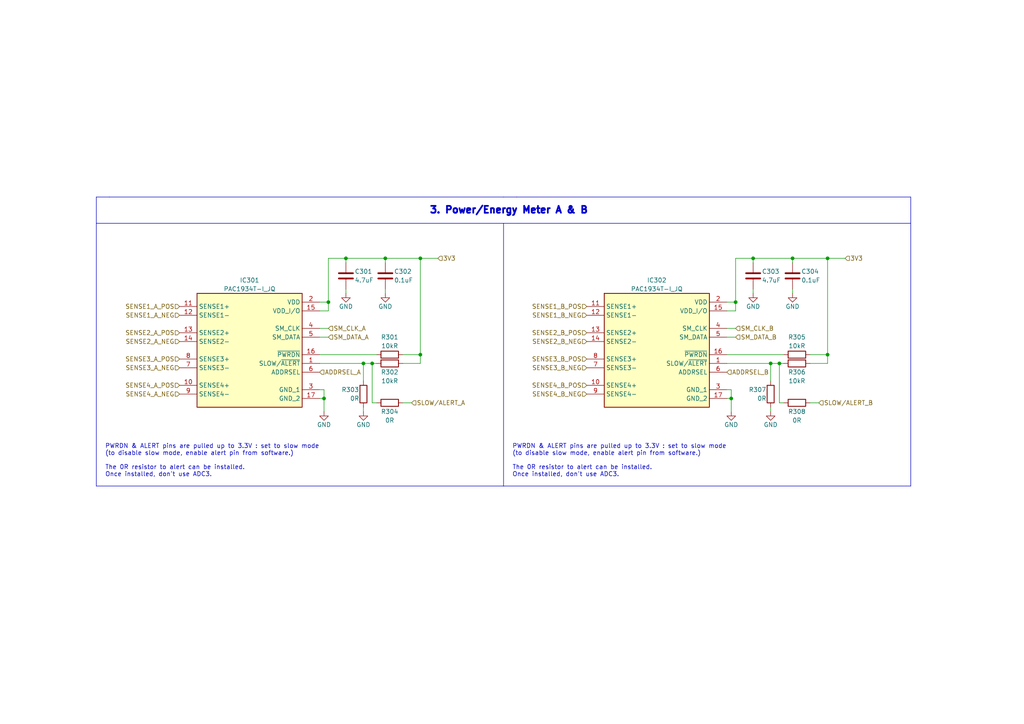
<source format=kicad_sch>
(kicad_sch (version 20230121) (generator eeschema)

  (uuid a6d02eb5-5530-4356-980c-81a0a662a0ee)

  (paper "A4")

  (title_block
    (title "Solar Energy Manager")
    (rev "v1.0")
    (company "Thesis")
    (comment 1 "Author: Jason F J")
    (comment 2 "Matrk No: 3100513")
  )

  (lib_symbols
    (symbol "Device:C" (pin_numbers hide) (pin_names (offset 0.254)) (in_bom yes) (on_board yes)
      (property "Reference" "C" (at 0.635 2.54 0)
        (effects (font (size 1.27 1.27)) (justify left))
      )
      (property "Value" "C" (at 0.635 -2.54 0)
        (effects (font (size 1.27 1.27)) (justify left))
      )
      (property "Footprint" "" (at 0.9652 -3.81 0)
        (effects (font (size 1.27 1.27)) hide)
      )
      (property "Datasheet" "~" (at 0 0 0)
        (effects (font (size 1.27 1.27)) hide)
      )
      (property "ki_keywords" "cap capacitor" (at 0 0 0)
        (effects (font (size 1.27 1.27)) hide)
      )
      (property "ki_description" "Unpolarized capacitor" (at 0 0 0)
        (effects (font (size 1.27 1.27)) hide)
      )
      (property "ki_fp_filters" "C_*" (at 0 0 0)
        (effects (font (size 1.27 1.27)) hide)
      )
      (symbol "C_0_1"
        (polyline
          (pts
            (xy -2.032 -0.762)
            (xy 2.032 -0.762)
          )
          (stroke (width 0.508) (type default))
          (fill (type none))
        )
        (polyline
          (pts
            (xy -2.032 0.762)
            (xy 2.032 0.762)
          )
          (stroke (width 0.508) (type default))
          (fill (type none))
        )
      )
      (symbol "C_1_1"
        (pin passive line (at 0 3.81 270) (length 2.794)
          (name "~" (effects (font (size 1.27 1.27))))
          (number "1" (effects (font (size 1.27 1.27))))
        )
        (pin passive line (at 0 -3.81 90) (length 2.794)
          (name "~" (effects (font (size 1.27 1.27))))
          (number "2" (effects (font (size 1.27 1.27))))
        )
      )
    )
    (symbol "Device:R" (pin_numbers hide) (pin_names (offset 0)) (in_bom yes) (on_board yes)
      (property "Reference" "R" (at 2.032 0 90)
        (effects (font (size 1.27 1.27)))
      )
      (property "Value" "R" (at 0 0 90)
        (effects (font (size 1.27 1.27)))
      )
      (property "Footprint" "" (at -1.778 0 90)
        (effects (font (size 1.27 1.27)) hide)
      )
      (property "Datasheet" "~" (at 0 0 0)
        (effects (font (size 1.27 1.27)) hide)
      )
      (property "ki_keywords" "R res resistor" (at 0 0 0)
        (effects (font (size 1.27 1.27)) hide)
      )
      (property "ki_description" "Resistor" (at 0 0 0)
        (effects (font (size 1.27 1.27)) hide)
      )
      (property "ki_fp_filters" "R_*" (at 0 0 0)
        (effects (font (size 1.27 1.27)) hide)
      )
      (symbol "R_0_1"
        (rectangle (start -1.016 -2.54) (end 1.016 2.54)
          (stroke (width 0.254) (type default))
          (fill (type none))
        )
      )
      (symbol "R_1_1"
        (pin passive line (at 0 3.81 270) (length 1.27)
          (name "~" (effects (font (size 1.27 1.27))))
          (number "1" (effects (font (size 1.27 1.27))))
        )
        (pin passive line (at 0 -3.81 90) (length 1.27)
          (name "~" (effects (font (size 1.27 1.27))))
          (number "2" (effects (font (size 1.27 1.27))))
        )
      )
    )
    (symbol "PAC1934T-I_JQ:PAC1934T-I_JQ" (in_bom yes) (on_board yes)
      (property "Reference" "PS1" (at 20.32 17.78 0)
        (effects (font (size 1.27 1.27)))
      )
      (property "Value" "PAC1934T-I_JQ" (at 20.32 15.24 0)
        (effects (font (size 1.27 1.27)))
      )
      (property "Footprint" "PAC1934T-I_JQ:QFN65P400X400X55-17N-D" (at 36.83 -82.22 0)
        (effects (font (size 1.27 1.27)) (justify left top) hide)
      )
      (property "Datasheet" "https://datasheet.datasheetarchive.com/originals/distributors/DKDS41/DSANUWW0026729.pdf" (at 36.83 -182.22 0)
        (effects (font (size 1.27 1.27)) (justify left top) hide)
      )
      (property "Height" "0.55" (at 36.83 -382.22 0)
        (effects (font (size 1.27 1.27)) (justify left top) hide)
      )
      (property "Mouser Part Number" "579-PAC1934JQ" (at 36.83 -482.22 0)
        (effects (font (size 1.27 1.27)) (justify left top) hide)
      )
      (property "Mouser Price/Stock" "https://www.mouser.co.uk/ProductDetail/Microchip-Technology/PAC1934T-I-JQ?qs=%252BEew9%252B0nqrC2v6G%2FLAdDNg%3D%3D" (at 36.83 -582.22 0)
        (effects (font (size 1.27 1.27)) (justify left top) hide)
      )
      (property "Manufacturer_Name" "Microchip" (at 36.83 -682.22 0)
        (effects (font (size 1.27 1.27)) (justify left top) hide)
      )
      (property "Manufacturer_Part_Number" "PAC1934T-I/JQ" (at 36.83 -782.22 0)
        (effects (font (size 1.27 1.27)) (justify left top) hide)
      )
      (property "ki_description" "PAC1934T-I/JQ - QUAD HIGH-SIDE CURRENT SENSOR, I2C/SMBUS, 32V WITH  ACCUMULATOR  16 UQF                                 4X4X0.5MM T/C" (at 0 0 0)
        (effects (font (size 1.27 1.27)) hide)
      )
      (symbol "PAC1934T-I_JQ_1_1"
        (rectangle (start 5.08 13.97) (end 35.56 -19.05)
          (stroke (width 0.254) (type default))
          (fill (type background))
        )
        (pin output line (at 40.64 -6.35 180) (length 5.08)
          (name "SLOW/~{ALERT}" (effects (font (size 1.27 1.27))))
          (number "1" (effects (font (size 1.27 1.27))))
        )
        (pin input line (at 0 -12.7 0) (length 5.08)
          (name "SENSE4+" (effects (font (size 1.27 1.27))))
          (number "10" (effects (font (size 1.27 1.27))))
        )
        (pin input line (at 0 10.16 0) (length 5.08)
          (name "SENSE1+" (effects (font (size 1.27 1.27))))
          (number "11" (effects (font (size 1.27 1.27))))
        )
        (pin input line (at 0 7.62 0) (length 5.08)
          (name "SENSE1-" (effects (font (size 1.27 1.27))))
          (number "12" (effects (font (size 1.27 1.27))))
        )
        (pin input line (at 0 2.54 0) (length 5.08)
          (name "SENSE2+" (effects (font (size 1.27 1.27))))
          (number "13" (effects (font (size 1.27 1.27))))
        )
        (pin input line (at 0 0 0) (length 5.08)
          (name "SENSE2-" (effects (font (size 1.27 1.27))))
          (number "14" (effects (font (size 1.27 1.27))))
        )
        (pin power_in line (at 40.64 8.89 180) (length 5.08)
          (name "VDD_I/O" (effects (font (size 1.27 1.27))))
          (number "15" (effects (font (size 1.27 1.27))))
        )
        (pin input line (at 40.64 -3.81 180) (length 5.08)
          (name "~{PWRDN}" (effects (font (size 1.27 1.27))))
          (number "16" (effects (font (size 1.27 1.27))))
        )
        (pin power_in line (at 40.64 -16.51 180) (length 5.08)
          (name "GND_2" (effects (font (size 1.27 1.27))))
          (number "17" (effects (font (size 1.27 1.27))))
        )
        (pin power_in line (at 40.64 11.43 180) (length 5.08)
          (name "VDD" (effects (font (size 1.27 1.27))))
          (number "2" (effects (font (size 1.27 1.27))))
        )
        (pin power_in line (at 40.64 -13.97 180) (length 5.08)
          (name "GND_1" (effects (font (size 1.27 1.27))))
          (number "3" (effects (font (size 1.27 1.27))))
        )
        (pin input line (at 40.64 3.81 180) (length 5.08)
          (name "SM_CLK" (effects (font (size 1.27 1.27))))
          (number "4" (effects (font (size 1.27 1.27))))
        )
        (pin bidirectional line (at 40.64 1.27 180) (length 5.08)
          (name "SM_DATA" (effects (font (size 1.27 1.27))))
          (number "5" (effects (font (size 1.27 1.27))))
        )
        (pin input line (at 40.64 -8.89 180) (length 5.08)
          (name "ADDRSEL" (effects (font (size 1.27 1.27))))
          (number "6" (effects (font (size 1.27 1.27))))
        )
        (pin input line (at 0 -7.62 0) (length 5.08)
          (name "SENSE3-" (effects (font (size 1.27 1.27))))
          (number "7" (effects (font (size 1.27 1.27))))
        )
        (pin input line (at 0 -5.08 0) (length 5.08)
          (name "SENSE3+" (effects (font (size 1.27 1.27))))
          (number "8" (effects (font (size 1.27 1.27))))
        )
        (pin input line (at 0 -15.24 0) (length 5.08)
          (name "SENSE4-" (effects (font (size 1.27 1.27))))
          (number "9" (effects (font (size 1.27 1.27))))
        )
      )
    )
    (symbol "power:GND" (power) (pin_names (offset 0)) (in_bom yes) (on_board yes)
      (property "Reference" "#PWR" (at 0 -6.35 0)
        (effects (font (size 1.27 1.27)) hide)
      )
      (property "Value" "GND" (at 0 -3.81 0)
        (effects (font (size 1.27 1.27)))
      )
      (property "Footprint" "" (at 0 0 0)
        (effects (font (size 1.27 1.27)) hide)
      )
      (property "Datasheet" "" (at 0 0 0)
        (effects (font (size 1.27 1.27)) hide)
      )
      (property "ki_keywords" "global power" (at 0 0 0)
        (effects (font (size 1.27 1.27)) hide)
      )
      (property "ki_description" "Power symbol creates a global label with name \"GND\" , ground" (at 0 0 0)
        (effects (font (size 1.27 1.27)) hide)
      )
      (symbol "GND_0_1"
        (polyline
          (pts
            (xy 0 0)
            (xy 0 -1.27)
            (xy 1.27 -1.27)
            (xy 0 -2.54)
            (xy -1.27 -1.27)
            (xy 0 -1.27)
          )
          (stroke (width 0) (type default))
          (fill (type none))
        )
      )
      (symbol "GND_1_1"
        (pin power_in line (at 0 0 270) (length 0) hide
          (name "GND" (effects (font (size 1.27 1.27))))
          (number "1" (effects (font (size 1.27 1.27))))
        )
      )
    )
  )

  (junction (at 212.09 115.57) (diameter 0) (color 0 0 0 0)
    (uuid 04ba5e51-fa63-4a8e-988d-6837d8fe1581)
  )
  (junction (at 93.98 115.57) (diameter 0) (color 0 0 0 0)
    (uuid 1074f61c-b273-4b09-88b4-3c5b974d179b)
  )
  (junction (at 218.44 74.93) (diameter 0) (color 0 0 0 0)
    (uuid 2e8a15ca-4be3-424f-bec7-0e38ab2e9186)
  )
  (junction (at 121.92 102.87) (diameter 0) (color 0 0 0 0)
    (uuid 353c68ce-5625-44cd-9228-456cf2b11066)
  )
  (junction (at 105.41 105.41) (diameter 0) (color 0 0 0 0)
    (uuid 5e7e13c7-4335-45e6-a211-cc1b85b29d59)
  )
  (junction (at 240.03 102.87) (diameter 0) (color 0 0 0 0)
    (uuid 6579ff73-1640-4f5b-9cd9-e0774162f695)
  )
  (junction (at 213.36 87.63) (diameter 0) (color 0 0 0 0)
    (uuid 739ef939-b00c-49db-a39b-c9cbf91e3a4e)
  )
  (junction (at 229.87 74.93) (diameter 0) (color 0 0 0 0)
    (uuid 74fad8b1-16db-4552-a6dd-5545d7906a79)
  )
  (junction (at 95.25 87.63) (diameter 0) (color 0 0 0 0)
    (uuid 7c34e894-31cc-4f4e-baf3-ef101a1a8809)
  )
  (junction (at 226.06 105.41) (diameter 0) (color 0 0 0 0)
    (uuid 85254547-6f50-43eb-b6c9-4dd16aa6b928)
  )
  (junction (at 111.76 74.93) (diameter 0) (color 0 0 0 0)
    (uuid 87aa93ba-be30-4109-8e7c-bd628e5f9b3c)
  )
  (junction (at 107.95 105.41) (diameter 0) (color 0 0 0 0)
    (uuid a7040c67-1759-4e37-a397-f08f168b460d)
  )
  (junction (at 240.03 74.93) (diameter 0) (color 0 0 0 0)
    (uuid c5b8433a-5a41-4e57-8c13-2df649e0db63)
  )
  (junction (at 100.33 74.93) (diameter 0) (color 0 0 0 0)
    (uuid c7aa1b7e-59ea-4ce8-8b32-01484f862bff)
  )
  (junction (at 223.52 105.41) (diameter 0) (color 0 0 0 0)
    (uuid d7edf2e9-fee1-4464-aa6d-f428ae76c86e)
  )
  (junction (at 121.92 74.93) (diameter 0) (color 0 0 0 0)
    (uuid fc59f692-3c1d-4e04-873d-412599cd10d3)
  )

  (wire (pts (xy 213.36 74.93) (xy 213.36 87.63))
    (stroke (width 0) (type default))
    (uuid 023b75dc-cf55-4b0b-bf1c-04c60738ddf8)
  )
  (wire (pts (xy 107.95 105.41) (xy 109.22 105.41))
    (stroke (width 0) (type default))
    (uuid 055c6def-60cf-49dc-a735-df32a79cec66)
  )
  (wire (pts (xy 210.82 105.41) (xy 223.52 105.41))
    (stroke (width 0) (type default))
    (uuid 0f4d4321-394a-47d7-9ee2-7a1760aa847f)
  )
  (polyline (pts (xy 264.16 57.15) (xy 264.16 64.77))
    (stroke (width 0) (type default))
    (uuid 171280b0-0723-45dd-9b36-a9924730ee03)
  )

  (wire (pts (xy 223.52 105.41) (xy 223.52 110.49))
    (stroke (width 0) (type default))
    (uuid 179988cb-aca1-4c46-9aea-4610e12e4da9)
  )
  (wire (pts (xy 105.41 105.41) (xy 107.95 105.41))
    (stroke (width 0) (type default))
    (uuid 200882ab-14ed-4197-b82c-4c4a9126ef76)
  )
  (wire (pts (xy 105.41 119.38) (xy 105.41 118.11))
    (stroke (width 0) (type default))
    (uuid 2294e896-4fb5-4bbf-97a3-954b1916dc8e)
  )
  (wire (pts (xy 210.82 97.79) (xy 213.36 97.79))
    (stroke (width 0) (type default))
    (uuid 24663a2e-4757-467a-805a-b58cd9faff06)
  )
  (wire (pts (xy 107.95 116.84) (xy 107.95 105.41))
    (stroke (width 0) (type default))
    (uuid 26fec560-0055-43e2-aa92-759d582e5a5f)
  )
  (wire (pts (xy 229.87 74.93) (xy 240.03 74.93))
    (stroke (width 0) (type default))
    (uuid 27493fd8-039d-447a-8aff-c6a3dcb81201)
  )
  (polyline (pts (xy 146.05 57.15) (xy 149.86 57.15))
    (stroke (width 0) (type default))
    (uuid 2797c69f-1fce-4a1a-8829-245767f1b9e7)
  )

  (wire (pts (xy 92.71 97.79) (xy 95.25 97.79))
    (stroke (width 0) (type default))
    (uuid 2ab2b63d-d62f-43e3-a238-617c2fdd4112)
  )
  (polyline (pts (xy 149.86 57.15) (xy 264.16 57.15))
    (stroke (width 0) (type default))
    (uuid 2ad3daec-f30c-4a26-91e7-f8b92af103e5)
  )
  (polyline (pts (xy 27.94 64.77) (xy 27.94 57.15))
    (stroke (width 0) (type default))
    (uuid 33d407d7-f35e-4957-99a2-2a61846b7e2a)
  )

  (wire (pts (xy 109.22 116.84) (xy 107.95 116.84))
    (stroke (width 0) (type default))
    (uuid 37e55690-3627-4f7e-aeae-769aed7323f5)
  )
  (wire (pts (xy 95.25 74.93) (xy 95.25 87.63))
    (stroke (width 0) (type default))
    (uuid 3aba5106-2805-4dea-845c-aa68d24ca225)
  )
  (wire (pts (xy 100.33 74.93) (xy 111.76 74.93))
    (stroke (width 0) (type default))
    (uuid 3d74ae98-9d82-46e5-a813-9b28e9c3222e)
  )
  (wire (pts (xy 95.25 90.17) (xy 95.25 87.63))
    (stroke (width 0) (type default))
    (uuid 4282028b-4214-470e-a9e0-e5410edb39db)
  )
  (wire (pts (xy 121.92 102.87) (xy 121.92 74.93))
    (stroke (width 0) (type default))
    (uuid 45f82e49-98d4-4ada-902e-63ef85a6f96b)
  )
  (wire (pts (xy 223.52 119.38) (xy 223.52 118.11))
    (stroke (width 0) (type default))
    (uuid 47ab06e0-7c8c-43c0-8526-1bfe7f9d1185)
  )
  (wire (pts (xy 92.71 102.87) (xy 109.22 102.87))
    (stroke (width 0) (type default))
    (uuid 4a42af80-df4d-464c-88e9-7251ff37c42e)
  )
  (polyline (pts (xy 146.05 140.97) (xy 264.16 140.97))
    (stroke (width 0) (type default))
    (uuid 52290646-4c65-4fca-a35f-f024a4efd22e)
  )
  (polyline (pts (xy 264.16 140.97) (xy 264.16 64.77))
    (stroke (width 0) (type default))
    (uuid 5489d708-d873-43c3-92fa-bd3ec6b145a8)
  )

  (wire (pts (xy 92.71 90.17) (xy 95.25 90.17))
    (stroke (width 0) (type default))
    (uuid 54c1b6cd-b9db-4faa-8534-a92a66e0049e)
  )
  (wire (pts (xy 218.44 74.93) (xy 229.87 74.93))
    (stroke (width 0) (type default))
    (uuid 557d0090-4f8f-489a-9771-ef141afd6f7c)
  )
  (polyline (pts (xy 31.75 57.15) (xy 146.05 57.15))
    (stroke (width 0) (type default))
    (uuid 5a327733-934d-402b-8f9e-76aa899a645a)
  )

  (wire (pts (xy 116.84 102.87) (xy 121.92 102.87))
    (stroke (width 0) (type default))
    (uuid 5fa49ea5-e9f3-4e11-9114-b90ad76a6983)
  )
  (wire (pts (xy 111.76 83.82) (xy 111.76 85.09))
    (stroke (width 0) (type default))
    (uuid 5fd729e0-544a-4dac-af39-a78f5351ebbe)
  )
  (wire (pts (xy 92.71 105.41) (xy 105.41 105.41))
    (stroke (width 0) (type default))
    (uuid 65dbc06d-ec3b-4791-8e3c-5150e2b665dd)
  )
  (wire (pts (xy 210.82 90.17) (xy 213.36 90.17))
    (stroke (width 0) (type default))
    (uuid 67653b5d-d1f9-422f-8ece-8ff906ce8b10)
  )
  (wire (pts (xy 93.98 115.57) (xy 93.98 119.38))
    (stroke (width 0) (type default))
    (uuid 6d80b728-4f4f-4029-875c-660c1310be1e)
  )
  (wire (pts (xy 210.82 87.63) (xy 213.36 87.63))
    (stroke (width 0) (type default))
    (uuid 771d5dd4-90e6-46e4-ac0e-67fcf98417a2)
  )
  (polyline (pts (xy 146.05 140.97) (xy 146.05 64.77))
    (stroke (width 0) (type default))
    (uuid 77ca5e27-0e2c-446f-81aa-b864c7b2ed4c)
  )

  (wire (pts (xy 92.71 95.25) (xy 95.25 95.25))
    (stroke (width 0) (type default))
    (uuid 7e57fc51-c066-4b9c-928b-e330baa7552f)
  )
  (wire (pts (xy 105.41 105.41) (xy 105.41 110.49))
    (stroke (width 0) (type default))
    (uuid 83c1e938-c18e-4c0e-9c3c-302edc70b93b)
  )
  (wire (pts (xy 226.06 116.84) (xy 226.06 105.41))
    (stroke (width 0) (type default))
    (uuid 840cd6cc-957d-4f1b-9027-0ff92ad7d6b8)
  )
  (wire (pts (xy 240.03 105.41) (xy 240.03 102.87))
    (stroke (width 0) (type default))
    (uuid 8421be06-5110-46d9-96b2-fcac11a9b9d6)
  )
  (wire (pts (xy 100.33 74.93) (xy 100.33 76.2))
    (stroke (width 0) (type default))
    (uuid 84bd941e-6fc2-4db9-8c4b-fef7f65bd7f1)
  )
  (wire (pts (xy 213.36 74.93) (xy 218.44 74.93))
    (stroke (width 0) (type default))
    (uuid 84ca8fb7-909c-4626-b6d1-2e5b534fc676)
  )
  (wire (pts (xy 229.87 83.82) (xy 229.87 85.09))
    (stroke (width 0) (type default))
    (uuid 862af52b-b3c2-4447-9113-55ea3dd20d32)
  )
  (wire (pts (xy 92.71 87.63) (xy 95.25 87.63))
    (stroke (width 0) (type default))
    (uuid 88e66ddd-f1e3-458b-8764-d77e2c885994)
  )
  (polyline (pts (xy 27.94 140.97) (xy 146.05 140.97))
    (stroke (width 0) (type default))
    (uuid 88fc6a14-f0e9-4ba1-a096-41fbafbdf37f)
  )

  (wire (pts (xy 218.44 74.93) (xy 218.44 76.2))
    (stroke (width 0) (type default))
    (uuid 8f224455-f2cb-4043-87a1-abdf7d115502)
  )
  (wire (pts (xy 111.76 74.93) (xy 121.92 74.93))
    (stroke (width 0) (type default))
    (uuid 9c9ff351-69fe-4a52-a6f3-d208d6da5d63)
  )
  (wire (pts (xy 210.82 113.03) (xy 212.09 113.03))
    (stroke (width 0) (type default))
    (uuid 9cc861db-f5f6-4600-8d95-3cc0153415d4)
  )
  (wire (pts (xy 92.71 113.03) (xy 93.98 113.03))
    (stroke (width 0) (type default))
    (uuid 9e28c620-b5b5-4e59-9844-95edae394d02)
  )
  (wire (pts (xy 92.71 115.57) (xy 93.98 115.57))
    (stroke (width 0) (type default))
    (uuid a190ffd4-f43d-4bda-b2a1-305295ae18f7)
  )
  (wire (pts (xy 229.87 74.93) (xy 229.87 76.2))
    (stroke (width 0) (type default))
    (uuid a3966dd1-88fc-4f9a-97b5-15966dfedb93)
  )
  (wire (pts (xy 95.25 74.93) (xy 100.33 74.93))
    (stroke (width 0) (type default))
    (uuid a4a265b7-dd31-4c40-8233-7e5d48f05657)
  )
  (wire (pts (xy 121.92 74.93) (xy 127 74.93))
    (stroke (width 0) (type default))
    (uuid a6fabcbe-b176-421a-a0f3-006362e200f7)
  )
  (wire (pts (xy 210.82 95.25) (xy 213.36 95.25))
    (stroke (width 0) (type default))
    (uuid a72e8ab2-e41b-48dd-9d37-26fdfce68506)
  )
  (wire (pts (xy 121.92 105.41) (xy 121.92 102.87))
    (stroke (width 0) (type default))
    (uuid a74465fb-d43d-4d3c-8ff7-86ad6e7e8a4e)
  )
  (wire (pts (xy 212.09 115.57) (xy 212.09 119.38))
    (stroke (width 0) (type default))
    (uuid b41a06ef-48ce-4362-9283-28d45378db46)
  )
  (wire (pts (xy 210.82 102.87) (xy 227.33 102.87))
    (stroke (width 0) (type default))
    (uuid b7588075-4e69-4625-b162-ad8ba2e46334)
  )
  (polyline (pts (xy 264.16 64.77) (xy 146.05 64.77))
    (stroke (width 0) (type default))
    (uuid c4024a10-e3c3-4859-b6eb-e5d196c193f8)
  )

  (wire (pts (xy 111.76 74.93) (xy 111.76 76.2))
    (stroke (width 0) (type default))
    (uuid c66bd79e-4a89-404f-a38a-d96a2c5d68f1)
  )
  (wire (pts (xy 234.95 116.84) (xy 237.49 116.84))
    (stroke (width 0) (type default))
    (uuid c80b2793-3fec-4532-bbc4-e92119895c34)
  )
  (polyline (pts (xy 27.94 57.15) (xy 31.75 57.15))
    (stroke (width 0) (type default))
    (uuid c9528871-deef-46ac-b9f1-024ab702c01d)
  )

  (wire (pts (xy 234.95 102.87) (xy 240.03 102.87))
    (stroke (width 0) (type default))
    (uuid cd219739-7668-45ac-a9c9-ee1a309c8b54)
  )
  (wire (pts (xy 227.33 116.84) (xy 226.06 116.84))
    (stroke (width 0) (type default))
    (uuid d5709583-d794-465b-bfcb-831ca063d751)
  )
  (wire (pts (xy 212.09 113.03) (xy 212.09 115.57))
    (stroke (width 0) (type default))
    (uuid d5be7950-721c-4c0f-9a6c-02e145946e07)
  )
  (wire (pts (xy 93.98 113.03) (xy 93.98 115.57))
    (stroke (width 0) (type default))
    (uuid d920b5dd-c6d4-4e2c-b149-7854c6e4baa0)
  )
  (polyline (pts (xy 146.05 64.77) (xy 27.94 64.77))
    (stroke (width 0) (type default))
    (uuid d9c790ec-47c8-49c8-96be-c4321e6c5ec3)
  )

  (wire (pts (xy 240.03 74.93) (xy 245.11 74.93))
    (stroke (width 0) (type default))
    (uuid dace5655-b851-4780-add0-4b98166014f7)
  )
  (wire (pts (xy 218.44 83.82) (xy 218.44 85.09))
    (stroke (width 0) (type default))
    (uuid de6ea301-ddaf-4caa-851f-68edf36794d1)
  )
  (polyline (pts (xy 27.94 64.77) (xy 27.94 140.97))
    (stroke (width 0) (type default))
    (uuid e268b335-296b-4d14-a017-6d56789a05ae)
  )

  (wire (pts (xy 240.03 102.87) (xy 240.03 74.93))
    (stroke (width 0) (type default))
    (uuid e36f6da1-bf52-4e0b-bf5d-70cce092a830)
  )
  (wire (pts (xy 226.06 105.41) (xy 227.33 105.41))
    (stroke (width 0) (type default))
    (uuid e49cc5c7-6eef-4ce4-bab4-3ac417905d9f)
  )
  (wire (pts (xy 210.82 115.57) (xy 212.09 115.57))
    (stroke (width 0) (type default))
    (uuid eb4f66e0-2f70-4520-833f-e932c3304d4e)
  )
  (wire (pts (xy 116.84 116.84) (xy 119.38 116.84))
    (stroke (width 0) (type default))
    (uuid ec878aec-e898-479c-ae68-3562cf678836)
  )
  (wire (pts (xy 100.33 83.82) (xy 100.33 85.09))
    (stroke (width 0) (type default))
    (uuid f0cfba36-e964-41e3-b589-0693546dec54)
  )
  (wire (pts (xy 116.84 105.41) (xy 121.92 105.41))
    (stroke (width 0) (type default))
    (uuid f2741c07-c4f3-4173-aabc-ce72ad59278a)
  )
  (wire (pts (xy 223.52 105.41) (xy 226.06 105.41))
    (stroke (width 0) (type default))
    (uuid f33b3164-36f0-43d2-a671-d16ec561137f)
  )
  (wire (pts (xy 213.36 90.17) (xy 213.36 87.63))
    (stroke (width 0) (type default))
    (uuid fa80ce43-8ee9-47c7-bcf3-988badf66ef2)
  )
  (wire (pts (xy 234.95 105.41) (xy 240.03 105.41))
    (stroke (width 0) (type default))
    (uuid fec18ecf-2ad6-47a2-810c-798c4acf7342)
  )

  (text "PWRDN & ALERT pins are pulled up to 3.3V : set to slow mode\n(to disable slow mode, enable alert pin from software.)\n\nThe 0R resistor to alert can be installed. \nOnce installed, don't use ADC3."
    (at 148.59 138.43 0)
    (effects (font (size 1.27 1.27)) (justify left bottom))
    (uuid 27832692-8fd5-4a51-98e4-852f632e67f8)
  )
  (text "PWRDN & ALERT pins are pulled up to 3.3V : set to slow mode\n(to disable slow mode, enable alert pin from software.)\n\nThe 0R resistor to alert can be installed. \nOnce installed, don't use ADC3."
    (at 30.48 138.43 0)
    (effects (font (size 1.27 1.27)) (justify left bottom))
    (uuid 8e353119-76f9-414b-92f9-410ed7d3dbd5)
  )
  (text "3. Power/Energy Meter A & B" (at 124.46 62.23 0)
    (effects (font (size 2 2) (thickness 0.6) bold) (justify left bottom))
    (uuid 9ac02728-e712-4ccb-b528-fc043b2eced1)
  )

  (hierarchical_label "SM_CLK_B" (shape input) (at 213.36 95.25 0) (fields_autoplaced)
    (effects (font (size 1.27 1.27)) (justify left))
    (uuid 0ae60961-b7e0-47c5-bb7f-d8378acd10bd)
  )
  (hierarchical_label "SENSE4_A_NEG" (shape input) (at 52.07 114.3 180) (fields_autoplaced)
    (effects (font (size 1.27 1.27)) (justify right))
    (uuid 0b1e7600-3838-4338-a857-8e6c2612dec8)
  )
  (hierarchical_label "SENSE3_A_POS" (shape input) (at 52.07 104.14 180) (fields_autoplaced)
    (effects (font (size 1.27 1.27)) (justify right))
    (uuid 0bc5acdf-c467-4450-b3b5-d2dca0a7c787)
  )
  (hierarchical_label "SLOW{slash}ALERT_A" (shape input) (at 119.38 116.84 0) (fields_autoplaced)
    (effects (font (size 1.27 1.27)) (justify left))
    (uuid 22e84d2f-f1ed-48a3-98ec-9a836766cfaa)
  )
  (hierarchical_label "SM_CLK_A" (shape input) (at 95.25 95.25 0) (fields_autoplaced)
    (effects (font (size 1.27 1.27)) (justify left))
    (uuid 237923d5-19ab-4b8d-85ef-6e66b9311204)
  )
  (hierarchical_label "SENSE1_B_POS" (shape input) (at 170.18 88.9 180) (fields_autoplaced)
    (effects (font (size 1.27 1.27)) (justify right))
    (uuid 280de854-53b6-428e-9aac-47e85bbe7f0a)
  )
  (hierarchical_label "SENSE1_B_NEG" (shape input) (at 170.18 91.44 180) (fields_autoplaced)
    (effects (font (size 1.27 1.27)) (justify right))
    (uuid 2a8ed267-c7bd-45b9-96ab-0334cd43439f)
  )
  (hierarchical_label "3V3" (shape input) (at 245.11 74.93 0) (fields_autoplaced)
    (effects (font (size 1.27 1.27)) (justify left))
    (uuid 407bfdb8-ef88-4a6d-bac4-e603bbd60987)
  )
  (hierarchical_label "SENSE3_B_NEG" (shape input) (at 170.18 106.68 180) (fields_autoplaced)
    (effects (font (size 1.27 1.27)) (justify right))
    (uuid 5fca7082-4f45-4476-8c1c-23dba656e171)
  )
  (hierarchical_label "SENSE1_A_NEG" (shape input) (at 52.07 91.44 180) (fields_autoplaced)
    (effects (font (size 1.27 1.27)) (justify right))
    (uuid 6a2bd44c-09ce-49bc-9507-eb7649878b1b)
  )
  (hierarchical_label "SENSE2_B_NEG" (shape input) (at 170.18 99.06 180) (fields_autoplaced)
    (effects (font (size 1.27 1.27)) (justify right))
    (uuid 6dc7f1fa-6d7f-4982-9e9f-a311ba3d4b2f)
  )
  (hierarchical_label "ADDRSEL_A" (shape input) (at 92.71 107.95 0) (fields_autoplaced)
    (effects (font (size 1.27 1.27)) (justify left))
    (uuid 6de7b20b-48f4-40b0-b9d2-62eb40b4c4b3)
  )
  (hierarchical_label "SENSE3_A_NEG" (shape input) (at 52.07 106.68 180) (fields_autoplaced)
    (effects (font (size 1.27 1.27)) (justify right))
    (uuid 6eb7c314-593c-47ec-830b-58ee96901706)
  )
  (hierarchical_label "ADDRSEL_B" (shape input) (at 210.82 107.95 0) (fields_autoplaced)
    (effects (font (size 1.27 1.27)) (justify left))
    (uuid 70506a86-1fe3-4a84-97c0-f8aabe9d6b25)
  )
  (hierarchical_label "SENSE4_A_POS" (shape input) (at 52.07 111.76 180) (fields_autoplaced)
    (effects (font (size 1.27 1.27)) (justify right))
    (uuid 70ddc8e1-f497-4210-869c-cd8442d40d29)
  )
  (hierarchical_label "SM_DATA_A" (shape input) (at 95.25 97.79 0) (fields_autoplaced)
    (effects (font (size 1.27 1.27)) (justify left))
    (uuid 8e72b5ad-e1a4-4c8a-9eaf-e64274ce908a)
  )
  (hierarchical_label "SENSE1_A_POS" (shape input) (at 52.07 88.9 180) (fields_autoplaced)
    (effects (font (size 1.27 1.27)) (justify right))
    (uuid 95d7caf5-44e0-4c10-88df-393613b0e860)
  )
  (hierarchical_label "SENSE2_B_POS" (shape input) (at 170.18 96.52 180) (fields_autoplaced)
    (effects (font (size 1.27 1.27)) (justify right))
    (uuid a66b2e9b-c862-41ef-8a4a-491e67b6ceb2)
  )
  (hierarchical_label "SENSE2_A_NEG" (shape input) (at 52.07 99.06 180) (fields_autoplaced)
    (effects (font (size 1.27 1.27)) (justify right))
    (uuid b8bdb0de-84f9-40bd-a6c2-5f2f2ce1c259)
  )
  (hierarchical_label "SENSE4_B_POS" (shape input) (at 170.18 111.76 180) (fields_autoplaced)
    (effects (font (size 1.27 1.27)) (justify right))
    (uuid bfbfd5df-bfd1-49ae-9f2a-27d08b98eb19)
  )
  (hierarchical_label "SENSE3_B_POS" (shape input) (at 170.18 104.14 180) (fields_autoplaced)
    (effects (font (size 1.27 1.27)) (justify right))
    (uuid c44261fa-2635-4cfe-b70e-1dd45bdd6a23)
  )
  (hierarchical_label "SM_DATA_B" (shape input) (at 213.36 97.79 0) (fields_autoplaced)
    (effects (font (size 1.27 1.27)) (justify left))
    (uuid d55aa177-92f3-4e9a-8c12-0eec811e573a)
  )
  (hierarchical_label "SENSE2_A_POS" (shape input) (at 52.07 96.52 180) (fields_autoplaced)
    (effects (font (size 1.27 1.27)) (justify right))
    (uuid dc1b11ed-7b26-400b-a771-6416749a9932)
  )
  (hierarchical_label "SLOW{slash}ALERT_B" (shape input) (at 237.49 116.84 0) (fields_autoplaced)
    (effects (font (size 1.27 1.27)) (justify left))
    (uuid e5eb0759-101a-455c-82c4-5c890123c5fa)
  )
  (hierarchical_label "3V3" (shape input) (at 127 74.93 0) (fields_autoplaced)
    (effects (font (size 1.27 1.27)) (justify left))
    (uuid ecb67870-1e46-4a8b-8bd5-451a92f98ef1)
  )
  (hierarchical_label "SENSE4_B_NEG" (shape input) (at 170.18 114.3 180) (fields_autoplaced)
    (effects (font (size 1.27 1.27)) (justify right))
    (uuid f38bfcf8-3dc1-4beb-be4d-0658e6144f37)
  )

  (symbol (lib_id "Device:R") (at 231.14 116.84 90) (unit 1)
    (in_bom yes) (on_board yes) (dnp no)
    (uuid 00a8f089-c4b5-4557-8686-89d1cdfaf33f)
    (property "Reference" "R308" (at 231.14 119.38 90)
      (effects (font (size 1.27 1.27)))
    )
    (property "Value" "0R" (at 231.14 121.92 90)
      (effects (font (size 1.27 1.27)))
    )
    (property "Footprint" "Resistor_SMD:R_0402_1005Metric" (at 231.14 118.618 90)
      (effects (font (size 1.27 1.27)) hide)
    )
    (property "Datasheet" "~" (at 231.14 116.84 0)
      (effects (font (size 1.27 1.27)) hide)
    )
    (pin "2" (uuid 144ca9c0-24aa-4073-8b0b-2dd637110e26))
    (pin "1" (uuid 8453150b-9b62-4df0-8b5c-80098d9b2589))
    (instances
      (project "SolarEnergyManager_v1.0"
        (path "/31384d59-52a3-4615-8015-e835fc0b8277/f32f6112-3247-4bbb-87b7-3ad706d822a3"
          (reference "R308") (unit 1)
        )
      )
    )
  )

  (symbol (lib_id "Device:R") (at 113.03 105.41 90) (unit 1)
    (in_bom yes) (on_board yes) (dnp no)
    (uuid 06b0a508-f764-4940-919f-047c9dc20e54)
    (property "Reference" "R302" (at 113.03 107.95 90)
      (effects (font (size 1.27 1.27)))
    )
    (property "Value" "10kR" (at 113.03 110.49 90)
      (effects (font (size 1.27 1.27)))
    )
    (property "Footprint" "Resistor_SMD:R_0402_1005Metric" (at 113.03 107.188 90)
      (effects (font (size 1.27 1.27)) hide)
    )
    (property "Datasheet" "~" (at 113.03 105.41 0)
      (effects (font (size 1.27 1.27)) hide)
    )
    (pin "2" (uuid b8a5cfd4-5dde-4a65-a17f-c264eaf5ba25))
    (pin "1" (uuid 738a3b5a-52cc-4a80-8d81-b3d9ac8c377d))
    (instances
      (project "SolarEnergyManager_v1.0"
        (path "/31384d59-52a3-4615-8015-e835fc0b8277/f32f6112-3247-4bbb-87b7-3ad706d822a3"
          (reference "R302") (unit 1)
        )
      )
    )
  )

  (symbol (lib_id "Device:R") (at 231.14 105.41 90) (unit 1)
    (in_bom yes) (on_board yes) (dnp no)
    (uuid 0984e17a-32dc-4ed4-8080-9ded91cfaa62)
    (property "Reference" "R306" (at 231.14 107.95 90)
      (effects (font (size 1.27 1.27)))
    )
    (property "Value" "10kR" (at 231.14 110.49 90)
      (effects (font (size 1.27 1.27)))
    )
    (property "Footprint" "Resistor_SMD:R_0402_1005Metric" (at 231.14 107.188 90)
      (effects (font (size 1.27 1.27)) hide)
    )
    (property "Datasheet" "~" (at 231.14 105.41 0)
      (effects (font (size 1.27 1.27)) hide)
    )
    (pin "2" (uuid 64a29058-6489-4732-8df2-757db598b3f5))
    (pin "1" (uuid b60aca0d-747c-4d5c-8ead-a7201419e54f))
    (instances
      (project "SolarEnergyManager_v1.0"
        (path "/31384d59-52a3-4615-8015-e835fc0b8277/f32f6112-3247-4bbb-87b7-3ad706d822a3"
          (reference "R306") (unit 1)
        )
      )
    )
  )

  (symbol (lib_id "PAC1934T-I_JQ:PAC1934T-I_JQ") (at 170.18 99.06 0) (unit 1)
    (in_bom yes) (on_board yes) (dnp no)
    (uuid 0d17d7ab-a381-455b-ba88-6add3e96435e)
    (property "Reference" "IC302" (at 190.5 81.28 0)
      (effects (font (size 1.27 1.27)))
    )
    (property "Value" "PAC1934T-I_JQ" (at 190.5 83.82 0)
      (effects (font (size 1.27 1.27)))
    )
    (property "Footprint" "PAC1934T-I_JQ:QFN65P400X400X55-17N-D" (at 207.01 181.28 0)
      (effects (font (size 1.27 1.27)) (justify left top) hide)
    )
    (property "Datasheet" "https://datasheet.datasheetarchive.com/originals/distributors/DKDS41/DSANUWW0026729.pdf" (at 207.01 281.28 0)
      (effects (font (size 1.27 1.27)) (justify left top) hide)
    )
    (property "Height" "0.55" (at 207.01 481.28 0)
      (effects (font (size 1.27 1.27)) (justify left top) hide)
    )
    (property "Mouser Part Number" "579-PAC1934JQ" (at 207.01 581.28 0)
      (effects (font (size 1.27 1.27)) (justify left top) hide)
    )
    (property "Mouser Price/Stock" "https://www.mouser.co.uk/ProductDetail/Microchip-Technology/PAC1934T-I-JQ?qs=%252BEew9%252B0nqrC2v6G%2FLAdDNg%3D%3D" (at 207.01 681.28 0)
      (effects (font (size 1.27 1.27)) (justify left top) hide)
    )
    (property "Manufacturer_Name" "Microchip" (at 207.01 781.28 0)
      (effects (font (size 1.27 1.27)) (justify left top) hide)
    )
    (property "Manufacturer_Part_Number" "PAC1934T-I/JQ" (at 207.01 881.28 0)
      (effects (font (size 1.27 1.27)) (justify left top) hide)
    )
    (pin "1" (uuid 658b64ea-f02a-40d2-924e-6392f041fd0a))
    (pin "10" (uuid e02def97-ad5f-4973-9b79-f5d4b98bc36d))
    (pin "11" (uuid e660c3c4-8603-4a92-a7fb-422c522970e8))
    (pin "12" (uuid 053fb94a-24e8-4d2b-81a4-3e2c3569112f))
    (pin "13" (uuid 21b49054-e078-4042-bfe3-d1c3770e3f19))
    (pin "9" (uuid dcb5334b-0baa-4646-8df6-cd8db68cd3ac))
    (pin "15" (uuid c1652523-8e7b-4f59-9155-8392be45517c))
    (pin "7" (uuid d680c388-4c1b-433c-91e6-a1765c33d1db))
    (pin "6" (uuid 36cddbc0-6907-43c5-a58c-cd95f89c9f43))
    (pin "3" (uuid ba3b14da-f536-4d63-a8d2-f60d1cfd7e8b))
    (pin "8" (uuid f31b9f49-ee87-429b-9718-0f4c70336fd1))
    (pin "16" (uuid dec6fddb-7766-4584-98f7-bb8ca920188f))
    (pin "17" (uuid f4b28ada-5662-44fb-ae3b-8b5c403eff75))
    (pin "2" (uuid 31d1ed94-e89e-42d0-916a-11dc0bb1066b))
    (pin "14" (uuid 3ddd5739-4a81-4edc-aef4-ecafd8a106e7))
    (pin "4" (uuid 531a2812-ff2f-4d9b-a8df-220ae676e62d))
    (pin "5" (uuid faf24985-4e0f-4b3b-9dbe-be8952587858))
    (instances
      (project "SolarEnergyManager_v1.0"
        (path "/31384d59-52a3-4615-8015-e835fc0b8277/f32f6112-3247-4bbb-87b7-3ad706d822a3"
          (reference "IC302") (unit 1)
        )
      )
    )
  )

  (symbol (lib_id "Device:R") (at 113.03 116.84 90) (unit 1)
    (in_bom yes) (on_board yes) (dnp no)
    (uuid 104d0054-31ff-4675-be0c-47c5d293753c)
    (property "Reference" "R304" (at 113.03 119.38 90)
      (effects (font (size 1.27 1.27)))
    )
    (property "Value" "0R" (at 113.03 121.92 90)
      (effects (font (size 1.27 1.27)))
    )
    (property "Footprint" "Resistor_SMD:R_0402_1005Metric" (at 113.03 118.618 90)
      (effects (font (size 1.27 1.27)) hide)
    )
    (property "Datasheet" "~" (at 113.03 116.84 0)
      (effects (font (size 1.27 1.27)) hide)
    )
    (pin "2" (uuid e97223b9-11ed-432f-991a-6f021167079e))
    (pin "1" (uuid a25f14cf-dea3-459c-9c07-10e48595ab85))
    (instances
      (project "SolarEnergyManager_v1.0"
        (path "/31384d59-52a3-4615-8015-e835fc0b8277/f32f6112-3247-4bbb-87b7-3ad706d822a3"
          (reference "R304") (unit 1)
        )
      )
    )
  )

  (symbol (lib_id "Device:R") (at 223.52 114.3 180) (unit 1)
    (in_bom yes) (on_board yes) (dnp no)
    (uuid 3744c877-3200-426f-9b27-ebab628c87b2)
    (property "Reference" "R307" (at 219.71 113.03 0)
      (effects (font (size 1.27 1.27)))
    )
    (property "Value" "0R" (at 220.98 115.57 0)
      (effects (font (size 1.27 1.27)))
    )
    (property "Footprint" "Resistor_SMD:R_0402_1005Metric" (at 225.298 114.3 90)
      (effects (font (size 1.27 1.27)) hide)
    )
    (property "Datasheet" "~" (at 223.52 114.3 0)
      (effects (font (size 1.27 1.27)) hide)
    )
    (pin "2" (uuid d76f72c6-efb2-487f-baea-a50757d0660c))
    (pin "1" (uuid 2ae8cc31-b9e2-48a7-b13f-f7f7ef9cd07c))
    (instances
      (project "SolarEnergyManager_v1.0"
        (path "/31384d59-52a3-4615-8015-e835fc0b8277/f32f6112-3247-4bbb-87b7-3ad706d822a3"
          (reference "R307") (unit 1)
        )
      )
    )
  )

  (symbol (lib_id "Device:C") (at 218.44 80.01 0) (unit 1)
    (in_bom yes) (on_board yes) (dnp no)
    (uuid 3d5597e2-64e8-45cb-bcdd-2d8272c5141e)
    (property "Reference" "C303" (at 220.98 78.74 0)
      (effects (font (size 1.27 1.27)) (justify left))
    )
    (property "Value" "4.7uF" (at 220.98 81.28 0)
      (effects (font (size 1.27 1.27)) (justify left))
    )
    (property "Footprint" "Capacitor_SMD:C_0402_1005Metric" (at 219.4052 83.82 0)
      (effects (font (size 1.27 1.27)) hide)
    )
    (property "Datasheet" "~" (at 218.44 80.01 0)
      (effects (font (size 1.27 1.27)) hide)
    )
    (pin "2" (uuid 3c3d4bb3-db59-45a8-ad27-10256a97d007))
    (pin "1" (uuid 569e742f-b474-4ed9-8bab-591f4beea0b7))
    (instances
      (project "SolarEnergyManager_v1.0"
        (path "/31384d59-52a3-4615-8015-e835fc0b8277/f32f6112-3247-4bbb-87b7-3ad706d822a3"
          (reference "C303") (unit 1)
        )
      )
    )
  )

  (symbol (lib_id "power:GND") (at 111.76 85.09 0) (unit 1)
    (in_bom yes) (on_board yes) (dnp no)
    (uuid 55dd3606-e24c-4a1e-a571-40ea3dab7b55)
    (property "Reference" "#PWR068" (at 111.76 91.44 0)
      (effects (font (size 1.27 1.27)) hide)
    )
    (property "Value" "GND" (at 111.76 88.9 0)
      (effects (font (size 1.27 1.27)))
    )
    (property "Footprint" "" (at 111.76 85.09 0)
      (effects (font (size 1.27 1.27)) hide)
    )
    (property "Datasheet" "" (at 111.76 85.09 0)
      (effects (font (size 1.27 1.27)) hide)
    )
    (pin "1" (uuid 972cba40-5e39-4e33-867a-819e1f17265c))
    (instances
      (project "SolarEnergyManager_v1.0"
        (path "/31384d59-52a3-4615-8015-e835fc0b8277/f32f6112-3247-4bbb-87b7-3ad706d822a3"
          (reference "#PWR068") (unit 1)
        )
      )
    )
  )

  (symbol (lib_id "power:GND") (at 100.33 85.09 0) (unit 1)
    (in_bom yes) (on_board yes) (dnp no)
    (uuid 6a9b34e9-31f7-43f5-8bd1-cc17c9cd9eac)
    (property "Reference" "#PWR066" (at 100.33 91.44 0)
      (effects (font (size 1.27 1.27)) hide)
    )
    (property "Value" "GND" (at 100.33 88.9 0)
      (effects (font (size 1.27 1.27)))
    )
    (property "Footprint" "" (at 100.33 85.09 0)
      (effects (font (size 1.27 1.27)) hide)
    )
    (property "Datasheet" "" (at 100.33 85.09 0)
      (effects (font (size 1.27 1.27)) hide)
    )
    (pin "1" (uuid 240ee8fb-9f9e-41d8-8590-3b8c2f618990))
    (instances
      (project "SolarEnergyManager_v1.0"
        (path "/31384d59-52a3-4615-8015-e835fc0b8277/f32f6112-3247-4bbb-87b7-3ad706d822a3"
          (reference "#PWR066") (unit 1)
        )
      )
    )
  )

  (symbol (lib_id "power:GND") (at 105.41 119.38 0) (unit 1)
    (in_bom yes) (on_board yes) (dnp no)
    (uuid 79b99b9f-9d6a-4c1d-93ce-3b809840ecc5)
    (property "Reference" "#PWR067" (at 105.41 125.73 0)
      (effects (font (size 1.27 1.27)) hide)
    )
    (property "Value" "GND" (at 105.41 123.19 0)
      (effects (font (size 1.27 1.27)))
    )
    (property "Footprint" "" (at 105.41 119.38 0)
      (effects (font (size 1.27 1.27)) hide)
    )
    (property "Datasheet" "" (at 105.41 119.38 0)
      (effects (font (size 1.27 1.27)) hide)
    )
    (pin "1" (uuid e2410605-9703-47b0-86f5-a688e755348e))
    (instances
      (project "SolarEnergyManager_v1.0"
        (path "/31384d59-52a3-4615-8015-e835fc0b8277/f32f6112-3247-4bbb-87b7-3ad706d822a3"
          (reference "#PWR067") (unit 1)
        )
      )
    )
  )

  (symbol (lib_id "power:GND") (at 223.52 119.38 0) (unit 1)
    (in_bom yes) (on_board yes) (dnp no)
    (uuid 7c2ec29f-5e9e-420d-bee0-242e56d102d8)
    (property "Reference" "#PWR071" (at 223.52 125.73 0)
      (effects (font (size 1.27 1.27)) hide)
    )
    (property "Value" "GND" (at 223.52 123.19 0)
      (effects (font (size 1.27 1.27)))
    )
    (property "Footprint" "" (at 223.52 119.38 0)
      (effects (font (size 1.27 1.27)) hide)
    )
    (property "Datasheet" "" (at 223.52 119.38 0)
      (effects (font (size 1.27 1.27)) hide)
    )
    (pin "1" (uuid 756e5bd5-b300-427c-8e0a-a99d7d8ed80c))
    (instances
      (project "SolarEnergyManager_v1.0"
        (path "/31384d59-52a3-4615-8015-e835fc0b8277/f32f6112-3247-4bbb-87b7-3ad706d822a3"
          (reference "#PWR071") (unit 1)
        )
      )
    )
  )

  (symbol (lib_id "Device:C") (at 111.76 80.01 0) (unit 1)
    (in_bom yes) (on_board yes) (dnp no)
    (uuid 7f143dc8-68c3-4ff0-85f3-a5a43b6c2c27)
    (property "Reference" "C302" (at 114.3 78.74 0)
      (effects (font (size 1.27 1.27)) (justify left))
    )
    (property "Value" "0.1uF" (at 114.3 81.28 0)
      (effects (font (size 1.27 1.27)) (justify left))
    )
    (property "Footprint" "Capacitor_SMD:C_0402_1005Metric" (at 112.7252 83.82 0)
      (effects (font (size 1.27 1.27)) hide)
    )
    (property "Datasheet" "~" (at 111.76 80.01 0)
      (effects (font (size 1.27 1.27)) hide)
    )
    (pin "2" (uuid ccbf1d42-9f1b-410b-b5c4-d76741a7df0c))
    (pin "1" (uuid a4e29192-0273-447f-a7eb-e828194a7e1a))
    (instances
      (project "SolarEnergyManager_v1.0"
        (path "/31384d59-52a3-4615-8015-e835fc0b8277/f32f6112-3247-4bbb-87b7-3ad706d822a3"
          (reference "C302") (unit 1)
        )
      )
    )
  )

  (symbol (lib_id "power:GND") (at 218.44 85.09 0) (unit 1)
    (in_bom yes) (on_board yes) (dnp no)
    (uuid 864f535d-fcfa-4a99-8e14-72f425273608)
    (property "Reference" "#PWR070" (at 218.44 91.44 0)
      (effects (font (size 1.27 1.27)) hide)
    )
    (property "Value" "GND" (at 218.44 88.9 0)
      (effects (font (size 1.27 1.27)))
    )
    (property "Footprint" "" (at 218.44 85.09 0)
      (effects (font (size 1.27 1.27)) hide)
    )
    (property "Datasheet" "" (at 218.44 85.09 0)
      (effects (font (size 1.27 1.27)) hide)
    )
    (pin "1" (uuid d06e39fa-4080-4672-9ff0-b34bb543cd6a))
    (instances
      (project "SolarEnergyManager_v1.0"
        (path "/31384d59-52a3-4615-8015-e835fc0b8277/f32f6112-3247-4bbb-87b7-3ad706d822a3"
          (reference "#PWR070") (unit 1)
        )
      )
    )
  )

  (symbol (lib_id "Device:C") (at 100.33 80.01 0) (unit 1)
    (in_bom yes) (on_board yes) (dnp no)
    (uuid 86b9b134-6f65-4ea5-bd0e-54f14a3ff10c)
    (property "Reference" "C301" (at 102.87 78.74 0)
      (effects (font (size 1.27 1.27)) (justify left))
    )
    (property "Value" "4.7uF" (at 102.87 81.28 0)
      (effects (font (size 1.27 1.27)) (justify left))
    )
    (property "Footprint" "Capacitor_SMD:C_0402_1005Metric" (at 101.2952 83.82 0)
      (effects (font (size 1.27 1.27)) hide)
    )
    (property "Datasheet" "~" (at 100.33 80.01 0)
      (effects (font (size 1.27 1.27)) hide)
    )
    (pin "2" (uuid 8971a66d-d3e5-4602-b37d-e5f17a82a701))
    (pin "1" (uuid 4ec5f2a8-6c5a-45b0-9d0c-88a0578ee44a))
    (instances
      (project "SolarEnergyManager_v1.0"
        (path "/31384d59-52a3-4615-8015-e835fc0b8277/f32f6112-3247-4bbb-87b7-3ad706d822a3"
          (reference "C301") (unit 1)
        )
      )
    )
  )

  (symbol (lib_id "power:GND") (at 212.09 119.38 0) (unit 1)
    (in_bom yes) (on_board yes) (dnp no)
    (uuid 90eb4f4b-ff3c-4bae-9f80-523124a0568d)
    (property "Reference" "#PWR069" (at 212.09 125.73 0)
      (effects (font (size 1.27 1.27)) hide)
    )
    (property "Value" "GND" (at 212.09 123.19 0)
      (effects (font (size 1.27 1.27)))
    )
    (property "Footprint" "" (at 212.09 119.38 0)
      (effects (font (size 1.27 1.27)) hide)
    )
    (property "Datasheet" "" (at 212.09 119.38 0)
      (effects (font (size 1.27 1.27)) hide)
    )
    (pin "1" (uuid 7855e2fb-3c29-40c0-a3ed-57d78e56534a))
    (instances
      (project "SolarEnergyManager_v1.0"
        (path "/31384d59-52a3-4615-8015-e835fc0b8277/f32f6112-3247-4bbb-87b7-3ad706d822a3"
          (reference "#PWR069") (unit 1)
        )
      )
    )
  )

  (symbol (lib_id "Device:R") (at 231.14 102.87 90) (unit 1)
    (in_bom yes) (on_board yes) (dnp no)
    (uuid 961c29e5-a4b0-4393-aff9-cf03c170e83e)
    (property "Reference" "R305" (at 231.14 97.79 90)
      (effects (font (size 1.27 1.27)))
    )
    (property "Value" "10kR" (at 231.14 100.33 90)
      (effects (font (size 1.27 1.27)))
    )
    (property "Footprint" "Resistor_SMD:R_0402_1005Metric" (at 231.14 104.648 90)
      (effects (font (size 1.27 1.27)) hide)
    )
    (property "Datasheet" "~" (at 231.14 102.87 0)
      (effects (font (size 1.27 1.27)) hide)
    )
    (pin "2" (uuid 94c126c7-ff41-4168-9943-2e01b6fdb35a))
    (pin "1" (uuid 4c73a7d8-7c50-478b-bd2d-5c87ab6f4006))
    (instances
      (project "SolarEnergyManager_v1.0"
        (path "/31384d59-52a3-4615-8015-e835fc0b8277/f32f6112-3247-4bbb-87b7-3ad706d822a3"
          (reference "R305") (unit 1)
        )
      )
    )
  )

  (symbol (lib_id "Device:R") (at 113.03 102.87 90) (unit 1)
    (in_bom yes) (on_board yes) (dnp no)
    (uuid a62fb860-513f-44be-b75e-020faf027292)
    (property "Reference" "R301" (at 113.03 97.79 90)
      (effects (font (size 1.27 1.27)))
    )
    (property "Value" "10kR" (at 113.03 100.33 90)
      (effects (font (size 1.27 1.27)))
    )
    (property "Footprint" "Resistor_SMD:R_0402_1005Metric" (at 113.03 104.648 90)
      (effects (font (size 1.27 1.27)) hide)
    )
    (property "Datasheet" "~" (at 113.03 102.87 0)
      (effects (font (size 1.27 1.27)) hide)
    )
    (pin "2" (uuid 1fa12da3-33a5-4b76-9e05-6b0c337f87e2))
    (pin "1" (uuid dc03181b-8683-4dc3-876f-28054112fc3e))
    (instances
      (project "SolarEnergyManager_v1.0"
        (path "/31384d59-52a3-4615-8015-e835fc0b8277/f32f6112-3247-4bbb-87b7-3ad706d822a3"
          (reference "R301") (unit 1)
        )
      )
    )
  )

  (symbol (lib_id "power:GND") (at 93.98 119.38 0) (unit 1)
    (in_bom yes) (on_board yes) (dnp no)
    (uuid b1f8f52b-d3f4-4302-bd62-85df61244eb7)
    (property "Reference" "#PWR065" (at 93.98 125.73 0)
      (effects (font (size 1.27 1.27)) hide)
    )
    (property "Value" "GND" (at 93.98 123.19 0)
      (effects (font (size 1.27 1.27)))
    )
    (property "Footprint" "" (at 93.98 119.38 0)
      (effects (font (size 1.27 1.27)) hide)
    )
    (property "Datasheet" "" (at 93.98 119.38 0)
      (effects (font (size 1.27 1.27)) hide)
    )
    (pin "1" (uuid cab779d0-21bd-470a-abfc-1f05d4a8c0b6))
    (instances
      (project "SolarEnergyManager_v1.0"
        (path "/31384d59-52a3-4615-8015-e835fc0b8277/f32f6112-3247-4bbb-87b7-3ad706d822a3"
          (reference "#PWR065") (unit 1)
        )
      )
    )
  )

  (symbol (lib_id "Device:C") (at 229.87 80.01 0) (unit 1)
    (in_bom yes) (on_board yes) (dnp no)
    (uuid c52ed195-0ebc-439b-95d1-18de304c50e3)
    (property "Reference" "C304" (at 232.41 78.74 0)
      (effects (font (size 1.27 1.27)) (justify left))
    )
    (property "Value" "0.1uF" (at 232.41 81.28 0)
      (effects (font (size 1.27 1.27)) (justify left))
    )
    (property "Footprint" "Capacitor_SMD:C_0402_1005Metric" (at 230.8352 83.82 0)
      (effects (font (size 1.27 1.27)) hide)
    )
    (property "Datasheet" "~" (at 229.87 80.01 0)
      (effects (font (size 1.27 1.27)) hide)
    )
    (pin "2" (uuid d34b7f8c-2998-4b80-9f41-71001f140b26))
    (pin "1" (uuid e6d055bb-bf1d-4162-a5b5-60a272da322b))
    (instances
      (project "SolarEnergyManager_v1.0"
        (path "/31384d59-52a3-4615-8015-e835fc0b8277/f32f6112-3247-4bbb-87b7-3ad706d822a3"
          (reference "C304") (unit 1)
        )
      )
    )
  )

  (symbol (lib_id "PAC1934T-I_JQ:PAC1934T-I_JQ") (at 52.07 99.06 0) (unit 1)
    (in_bom yes) (on_board yes) (dnp no)
    (uuid c57845c6-bf80-46d7-8b9d-55f2d64ce39b)
    (property "Reference" "IC301" (at 72.39 81.28 0)
      (effects (font (size 1.27 1.27)))
    )
    (property "Value" "PAC1934T-I_JQ" (at 72.39 83.82 0)
      (effects (font (size 1.27 1.27)))
    )
    (property "Footprint" "PAC1934T-I_JQ:QFN65P400X400X55-17N-D" (at 88.9 181.28 0)
      (effects (font (size 1.27 1.27)) (justify left top) hide)
    )
    (property "Datasheet" "https://datasheet.datasheetarchive.com/originals/distributors/DKDS41/DSANUWW0026729.pdf" (at 88.9 281.28 0)
      (effects (font (size 1.27 1.27)) (justify left top) hide)
    )
    (property "Height" "0.55" (at 88.9 481.28 0)
      (effects (font (size 1.27 1.27)) (justify left top) hide)
    )
    (property "Mouser Part Number" "579-PAC1934JQ" (at 88.9 581.28 0)
      (effects (font (size 1.27 1.27)) (justify left top) hide)
    )
    (property "Mouser Price/Stock" "https://www.mouser.co.uk/ProductDetail/Microchip-Technology/PAC1934T-I-JQ?qs=%252BEew9%252B0nqrC2v6G%2FLAdDNg%3D%3D" (at 88.9 681.28 0)
      (effects (font (size 1.27 1.27)) (justify left top) hide)
    )
    (property "Manufacturer_Name" "Microchip" (at 88.9 781.28 0)
      (effects (font (size 1.27 1.27)) (justify left top) hide)
    )
    (property "Manufacturer_Part_Number" "PAC1934T-I/JQ" (at 88.9 881.28 0)
      (effects (font (size 1.27 1.27)) (justify left top) hide)
    )
    (pin "1" (uuid aa88349b-fb09-4aaa-97b9-0fc0060b5802))
    (pin "10" (uuid 508cbc44-1d1a-4a3b-87bf-21487811b2ba))
    (pin "11" (uuid 80826120-0dab-4ea0-ae48-b5fed0b18843))
    (pin "12" (uuid 0dacb183-da00-4a4f-b62a-0f88c594680a))
    (pin "13" (uuid fdb11f52-37a5-4d66-bc07-923e9898bf2d))
    (pin "9" (uuid e4613d06-74e0-4c1c-b161-520d17e7b82b))
    (pin "15" (uuid ccf7b921-6f5e-48c8-b1fa-f07b136fb778))
    (pin "7" (uuid b87ce667-0e40-4f8a-8e87-bf5ec264ef21))
    (pin "6" (uuid 205e2c8d-eec3-46ba-a26b-13b772257cf7))
    (pin "3" (uuid 514eff1d-e267-4d62-9baa-4c9a1aaa3804))
    (pin "8" (uuid 59ca1d90-640a-4fea-98ec-4d55cf569bd8))
    (pin "16" (uuid d78d7bf2-b1ab-43f1-a691-1050ab3a8a17))
    (pin "17" (uuid a965bff0-b4ee-44c4-bba9-35a0b92ab05e))
    (pin "2" (uuid fae86299-b17d-4878-8210-6fe0398acd13))
    (pin "14" (uuid 5727425c-f311-4506-b470-544f005447e9))
    (pin "4" (uuid 2d2b409c-472b-4b30-bd0e-709e2f462c52))
    (pin "5" (uuid 3a9c6253-0183-4578-ab99-4418fb5b6136))
    (instances
      (project "SolarEnergyManager_v1.0"
        (path "/31384d59-52a3-4615-8015-e835fc0b8277/f32f6112-3247-4bbb-87b7-3ad706d822a3"
          (reference "IC301") (unit 1)
        )
      )
    )
  )

  (symbol (lib_id "power:GND") (at 229.87 85.09 0) (unit 1)
    (in_bom yes) (on_board yes) (dnp no)
    (uuid e399cd67-e501-4ffc-833c-471302bcee47)
    (property "Reference" "#PWR072" (at 229.87 91.44 0)
      (effects (font (size 1.27 1.27)) hide)
    )
    (property "Value" "GND" (at 229.87 88.9 0)
      (effects (font (size 1.27 1.27)))
    )
    (property "Footprint" "" (at 229.87 85.09 0)
      (effects (font (size 1.27 1.27)) hide)
    )
    (property "Datasheet" "" (at 229.87 85.09 0)
      (effects (font (size 1.27 1.27)) hide)
    )
    (pin "1" (uuid 4d5df2fa-6c01-4c99-81d9-904472b0b881))
    (instances
      (project "SolarEnergyManager_v1.0"
        (path "/31384d59-52a3-4615-8015-e835fc0b8277/f32f6112-3247-4bbb-87b7-3ad706d822a3"
          (reference "#PWR072") (unit 1)
        )
      )
    )
  )

  (symbol (lib_id "Device:R") (at 105.41 114.3 180) (unit 1)
    (in_bom yes) (on_board yes) (dnp no)
    (uuid e3f4897e-0394-45cf-8333-123b9bb83c35)
    (property "Reference" "R303" (at 101.6 113.03 0)
      (effects (font (size 1.27 1.27)))
    )
    (property "Value" "0R" (at 102.87 115.57 0)
      (effects (font (size 1.27 1.27)))
    )
    (property "Footprint" "Resistor_SMD:R_0402_1005Metric" (at 107.188 114.3 90)
      (effects (font (size 1.27 1.27)) hide)
    )
    (property "Datasheet" "~" (at 105.41 114.3 0)
      (effects (font (size 1.27 1.27)) hide)
    )
    (pin "2" (uuid cdd8602a-a9b2-4cea-b748-a56c98da21d9))
    (pin "1" (uuid f8c2835a-7fd8-4f5d-aeb7-772d63107894))
    (instances
      (project "SolarEnergyManager_v1.0"
        (path "/31384d59-52a3-4615-8015-e835fc0b8277/f32f6112-3247-4bbb-87b7-3ad706d822a3"
          (reference "R303") (unit 1)
        )
      )
    )
  )
)

</source>
